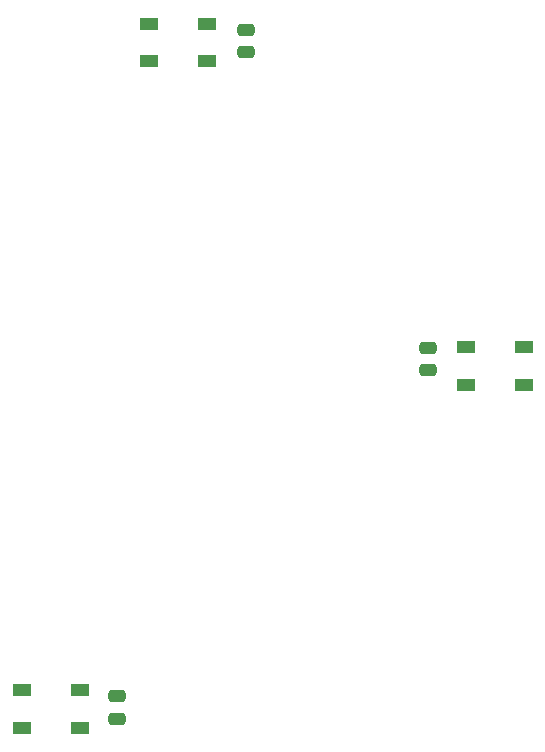
<source format=gbp>
%TF.GenerationSoftware,KiCad,Pcbnew,(6.0.7)*%
%TF.CreationDate,2022-11-21T20:11:54+01:00*%
%TF.ProjectId,Arbolito Tronco 2,4172626f-6c69-4746-9f20-54726f6e636f,rev?*%
%TF.SameCoordinates,Original*%
%TF.FileFunction,Paste,Bot*%
%TF.FilePolarity,Positive*%
%FSLAX46Y46*%
G04 Gerber Fmt 4.6, Leading zero omitted, Abs format (unit mm)*
G04 Created by KiCad (PCBNEW (6.0.7)) date 2022-11-21 20:11:54*
%MOMM*%
%LPD*%
G01*
G04 APERTURE LIST*
G04 Aperture macros list*
%AMRoundRect*
0 Rectangle with rounded corners*
0 $1 Rounding radius*
0 $2 $3 $4 $5 $6 $7 $8 $9 X,Y pos of 4 corners*
0 Add a 4 corners polygon primitive as box body*
4,1,4,$2,$3,$4,$5,$6,$7,$8,$9,$2,$3,0*
0 Add four circle primitives for the rounded corners*
1,1,$1+$1,$2,$3*
1,1,$1+$1,$4,$5*
1,1,$1+$1,$6,$7*
1,1,$1+$1,$8,$9*
0 Add four rect primitives between the rounded corners*
20,1,$1+$1,$2,$3,$4,$5,0*
20,1,$1+$1,$4,$5,$6,$7,0*
20,1,$1+$1,$6,$7,$8,$9,0*
20,1,$1+$1,$8,$9,$2,$3,0*%
G04 Aperture macros list end*
%ADD10R,1.500000X1.000000*%
%ADD11RoundRect,0.250000X-0.475000X0.250000X-0.475000X-0.250000X0.475000X-0.250000X0.475000X0.250000X0*%
G04 APERTURE END LIST*
D10*
%TO.C,U3*%
X157150000Y-79350000D03*
X157150000Y-82550000D03*
X152250000Y-82550000D03*
X152250000Y-79350000D03*
%TD*%
D11*
%TO.C,C13*%
X122700000Y-108900000D03*
X122700000Y-110800000D03*
%TD*%
D10*
%TO.C,U6*%
X130300000Y-51950000D03*
X130300000Y-55150000D03*
X125400000Y-55150000D03*
X125400000Y-51950000D03*
%TD*%
%TO.C,U2*%
X119550000Y-108400000D03*
X119550000Y-111600000D03*
X114650000Y-111600000D03*
X114650000Y-108400000D03*
%TD*%
D11*
%TO.C,C15*%
X133600000Y-52450000D03*
X133600000Y-54350000D03*
%TD*%
%TO.C,C11*%
X149050000Y-79400000D03*
X149050000Y-81300000D03*
%TD*%
M02*

</source>
